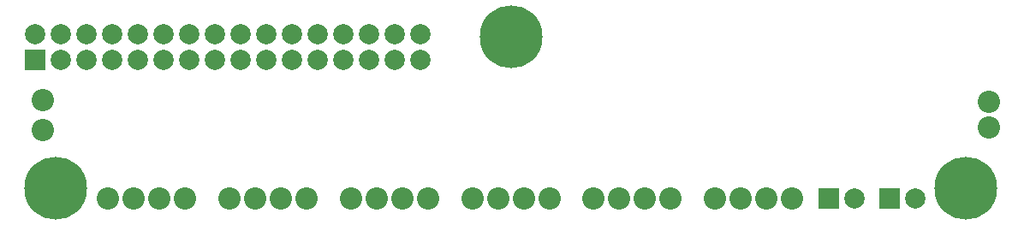
<source format=gts>
G04 Layer_Color=8388736*
%FSLAX25Y25*%
%MOIN*%
G70*
G01*
G75*
%ADD18R,0.07887X0.07887*%
%ADD19C,0.07887*%
%ADD20C,0.08674*%
%ADD21C,0.24422*%
%ADD22C,0.08674*%
D18*
X316772Y11811D02*
D03*
X340394D02*
D03*
X7677Y65866D02*
D03*
D19*
X326772Y11811D02*
D03*
X350394D02*
D03*
X157677Y65866D02*
D03*
X147677D02*
D03*
X137677D02*
D03*
X127677D02*
D03*
X117677D02*
D03*
X107677D02*
D03*
X97677D02*
D03*
X87677D02*
D03*
X77677D02*
D03*
X67677D02*
D03*
X57677D02*
D03*
X47677D02*
D03*
X37677D02*
D03*
X27677D02*
D03*
X17677D02*
D03*
X7677Y75866D02*
D03*
X17677D02*
D03*
X27677D02*
D03*
X37677D02*
D03*
X47677D02*
D03*
X57677D02*
D03*
X67677D02*
D03*
X77677D02*
D03*
X87677D02*
D03*
X97677D02*
D03*
X107677D02*
D03*
X117677D02*
D03*
X127677D02*
D03*
X137677D02*
D03*
X147677D02*
D03*
X157677D02*
D03*
D20*
X66181Y11811D02*
D03*
X56181D02*
D03*
X46181D02*
D03*
X36181D02*
D03*
X113425D02*
D03*
X103425D02*
D03*
X93425D02*
D03*
X83425D02*
D03*
X160669D02*
D03*
X150669D02*
D03*
X140669D02*
D03*
X130669D02*
D03*
X207913D02*
D03*
X197913D02*
D03*
X187913D02*
D03*
X177913D02*
D03*
X255157D02*
D03*
X245158D02*
D03*
X235157D02*
D03*
X225157D02*
D03*
X302402D02*
D03*
X292402D02*
D03*
X282402D02*
D03*
X272402D02*
D03*
D21*
X15748Y15748D02*
D03*
X370079D02*
D03*
X192913Y74803D02*
D03*
D22*
X10827Y50197D02*
D03*
Y38386D02*
D03*
X378937Y49370D02*
D03*
Y39370D02*
D03*
M02*

</source>
